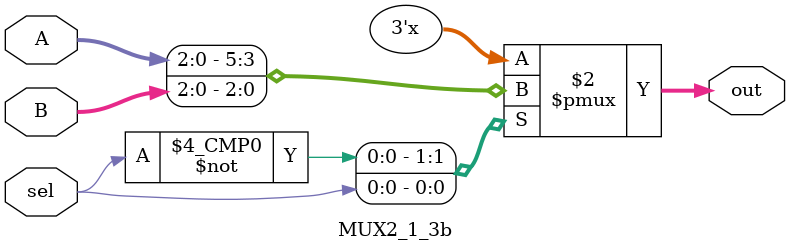
<source format=sv>
module MUX2_1
(
		input [15:0] A,B,
		input sel,
		output logic [15:0]out
	);
		always_comb
			begin
				case (sel)
					1'b0 : out = A;
					1'b1 : out = B;
					default : out = 16'b0;
				endcase
			end
	endmodule

module MUX3_1
(
		input [15:0] A,B,C,
		input [1:0]sel,
		output logic [15:0]out
	);
		always_comb
			begin
				case (sel)
					2'b00 : out = A;
					2'b01 : out = B;
               2'b11 : out = C;
					default : out = 16'b0;
				endcase
			end
	endmodule

module MUX4_1
(
		input [15:0] A,B,C,D,
		input [3:0]sel,
		output logic [15:0]out
	);
		always_comb
			begin
				case (sel)
					4'b1000 : out = A;
					4'b0100 : out = B;
               4'b0010 : out = C;
               4'b0001 : out = D;
					default : out = 16'bx;
				endcase
			end
	endmodule

	
module MUX4_1_16b
(
		input [15:0] A,B,C,D,
		input [1:0]sel,
		output logic [15:0]out
	);
		always_comb
			begin
				case (sel)
				2'b00 : out = A;
				2'b01 : out = B;
               	2'b10 : out = C;
               	2'b11 : out = D;
					default : out = 16'bx;
				endcase
			end
	endmodule

	
module MUX2_1_3b
(
		input [2:0] A,B,
		input sel,
		output logic [2:0]out
	);
		always_comb
			begin
				case (sel)
					1'b0 : out = A;
					1'b1 : out = B;
					default : out = 3'b0;
				endcase
			end
	endmodule
</source>
